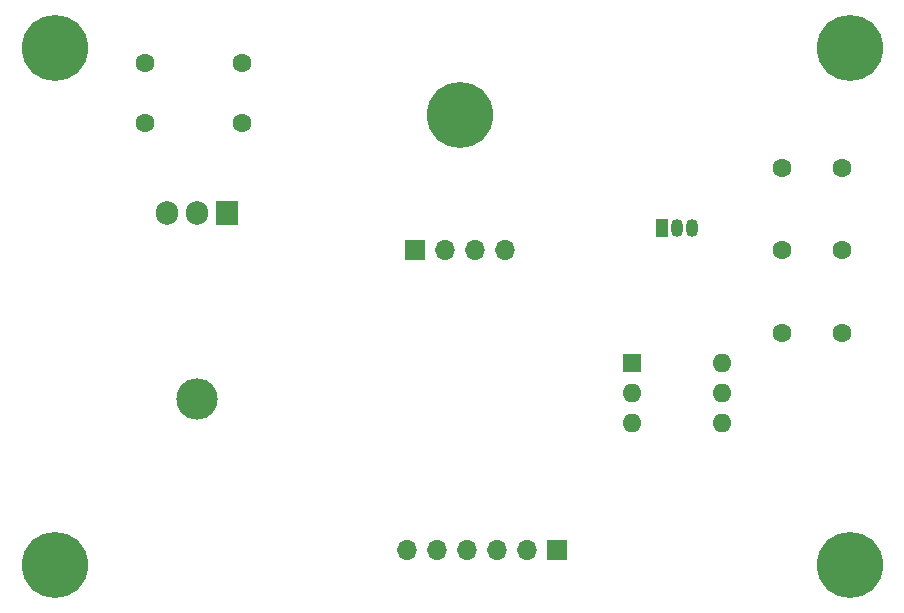
<source format=gbr>
%TF.GenerationSoftware,KiCad,Pcbnew,(5.1.9-0-10_14)*%
%TF.CreationDate,2024-02-19T19:40:51-08:00*%
%TF.ProjectId,TRax-LaserParkDetector,54526178-2d4c-4617-9365-725061726b44,rev?*%
%TF.SameCoordinates,Original*%
%TF.FileFunction,Soldermask,Bot*%
%TF.FilePolarity,Negative*%
%FSLAX46Y46*%
G04 Gerber Fmt 4.6, Leading zero omitted, Abs format (unit mm)*
G04 Created by KiCad (PCBNEW (5.1.9-0-10_14)) date 2024-02-19 19:40:51*
%MOMM*%
%LPD*%
G01*
G04 APERTURE LIST*
%ADD10C,5.600000*%
%ADD11O,1.905000X2.000000*%
%ADD12R,1.905000X2.000000*%
%ADD13O,3.500000X3.500000*%
%ADD14R,1.700000X1.700000*%
%ADD15O,1.700000X1.700000*%
%ADD16O,1.050000X1.500000*%
%ADD17R,1.050000X1.500000*%
%ADD18C,1.600000*%
%ADD19R,1.600000X1.600000*%
%ADD20O,1.600000X1.600000*%
G04 APERTURE END LIST*
D10*
%TO.C,REF\u002A\u002A*%
X99695000Y-61595000D03*
%TD*%
D11*
%TO.C,U1*%
X74930000Y-69850000D03*
X77470000Y-69850000D03*
D12*
X80010000Y-69850000D03*
D13*
X77470000Y-85650000D03*
%TD*%
D10*
%TO.C,REF\u002A\u002A*%
X65405000Y-55880000D03*
%TD*%
%TO.C,REF\u002A\u002A*%
X65405000Y-99695000D03*
%TD*%
%TO.C,REF\u002A\u002A*%
X132715000Y-55880000D03*
%TD*%
%TO.C,REF\u002A\u002A*%
X132715000Y-99695000D03*
%TD*%
D14*
%TO.C,J1*%
X107950000Y-98425000D03*
D15*
X105410000Y-98425000D03*
X102870000Y-98425000D03*
X100330000Y-98425000D03*
X97790000Y-98425000D03*
X95250000Y-98425000D03*
%TD*%
D16*
%TO.C,Q1*%
X118110000Y-71120000D03*
X119380000Y-71120000D03*
D17*
X116840000Y-71120000D03*
%TD*%
D18*
%TO.C,R1*%
X73025000Y-57150000D03*
X73025000Y-62230000D03*
%TD*%
%TO.C,R2*%
X81280000Y-57150000D03*
X81280000Y-62230000D03*
%TD*%
%TO.C,R3*%
X127000000Y-66040000D03*
X132080000Y-66040000D03*
%TD*%
%TO.C,R4*%
X132080000Y-73025000D03*
X127000000Y-73025000D03*
%TD*%
%TO.C,R5*%
X127000000Y-80010000D03*
X132080000Y-80010000D03*
%TD*%
D19*
%TO.C,U2*%
X114300000Y-82550000D03*
D20*
X121920000Y-87630000D03*
X114300000Y-85090000D03*
X121920000Y-85090000D03*
X114300000Y-87630000D03*
X121920000Y-82550000D03*
%TD*%
D14*
%TO.C,X1*%
X95885000Y-73025000D03*
D15*
X98425000Y-73025000D03*
X100965000Y-73025000D03*
X103505000Y-73025000D03*
%TD*%
M02*

</source>
